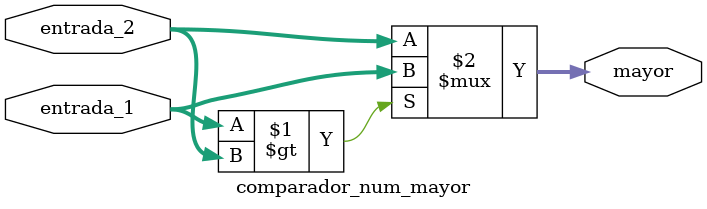
<source format=v>
`timescale 1ns / 1ps

/*
Autor: Mauricio Paz Valverde

==========================================================================
NOMBRE: comparador_num_mayor

==========================================================================
PARAMETROS

*BITS_NUMERO cantidad de bits que tendran los numeros que se estan comparando
==========================================================================
PUERTOS FISICOS EN USO: 

==========================================================================
ENTRADAS: 

*entrada_1: numero que se va a comparar

*entrada_2: numero que se va a comparar
==========================================================================
SALIDAS: 

*mayor: numero que sea mayor en magnitud entre los dos numeros de entrada.
==========================================================================
DESCRIPCION

Modulo combinacional que se encarga de determinar cual es el mayor de dos numeros. 
En caso de igualdad se escoge arbitrariamente.
*/


module comparador_num_mayor(
	entrada_1,
	entrada_2,
	mayor
    );

	parameter BITS_NUMERO = 8;
	
	input [BITS_NUMERO-1:0] entrada_1;
	input [BITS_NUMERO-1:0] entrada_2;
	output [BITS_NUMERO-1:0] mayor;
	
	assign mayor = entrada_1 > entrada_2 ? entrada_1 : entrada_2;

endmodule
</source>
